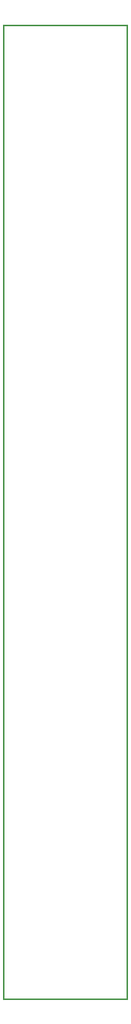
<source format=gko>
G04 Layer_Color=16711935*
%FSLAX25Y25*%
%MOIN*%
G70*
G01*
G75*
%ADD33C,0.00600*%
D33*
X0Y433000D02*
X55118D01*
X55000Y0D02*
Y433071D01*
X0Y0D02*
Y433071D01*
Y0D02*
X55118D01*
M02*

</source>
